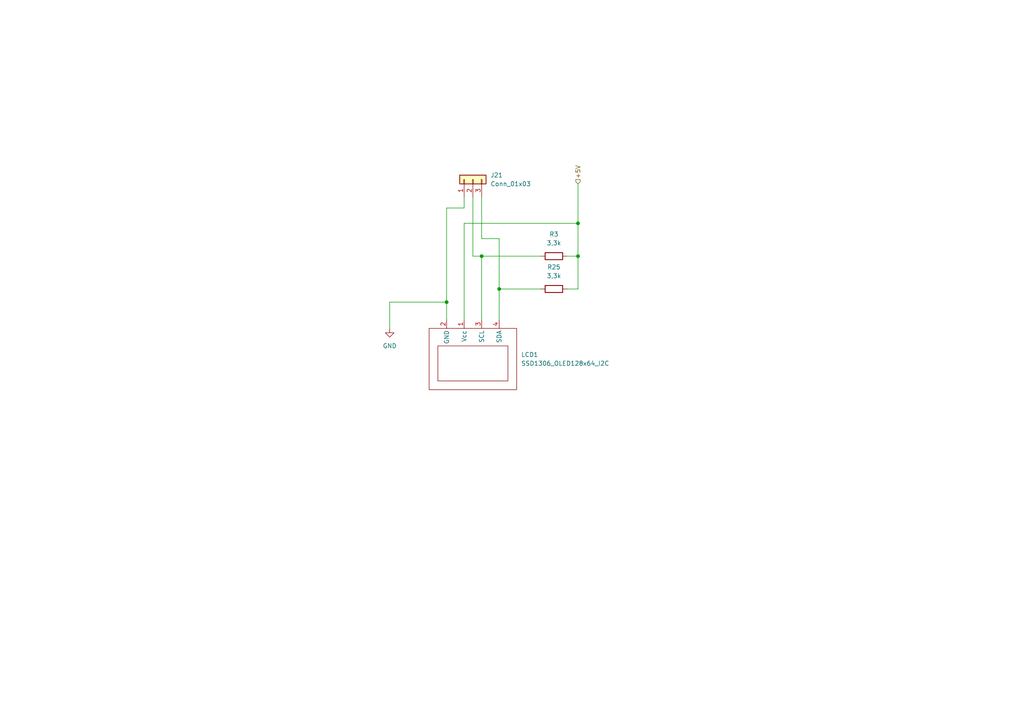
<source format=kicad_sch>
(kicad_sch (version 20211123) (generator eeschema)
  (paper "A4")
  (lib_symbols
    (symbol "Connector_Generic:Conn_01x03" (pin_names (offset 1.016) hide)
      (property "Reference" "J" (at 0 5.08 0))
      (property "Value" "Conn_01x03" (at 0 -5.08 0))
      (symbol "Conn_01x03_1_1"
        (rectangle (start -1.27 -2.413) (end 0 -2.667) (stroke (width 0.1524)))
        (rectangle (start -1.27 0.127) (end 0 -0.127) (stroke (width 0.1524)))
        (rectangle (start -1.27 2.667) (end 0 2.413) (stroke (width 0.1524)))
        (rectangle (start -1.27 3.81) (end 1.27 -3.81) (stroke (width 0.254)) (fill (type background)))
        (pin passive line (at -5.08 2.54 0) (length 3.81) (name "Pin_1") (number "1"))
        (pin passive line (at -5.08 0 0) (length 3.81) (name "Pin_2") (number "2"))
        (pin passive line (at -5.08 -2.54 0) (length 3.81) (name "Pin_3") (number "3"))
      )
    )
    (symbol "Device:R" (pin_numbers hide) (pin_names (offset 0))
      (property "Reference" "R" (at 2.032 0 90))
      (property "Value" "R" (at 0 0 90))
      (symbol "R_0_1"
        (rectangle (start -1.016 -2.54) (end 1.016 2.54) (stroke (width 0.254)))
      )
      (symbol "R_1_1"
        (pin passive line (at 0 3.81 270) (length 1.27) (name "~") (number "1"))
        (pin passive line (at 0 -3.81 90) (length 1.27) (name "~") (number "2"))
      )
    )
    (symbol "DisplayOLED_I2C:SSD1306_OLED128x64_I2C"
      (property "Reference" "LCD1" (at 13.97 0.0001 0))
      (property "Value" "SSD1306_OLED128x64_I2C" (at 13.97 -2.5399 0))
      (symbol "SSD1306_OLED128x64_I2C_0_1"
        (rectangle (start -12.7 7.62) (end 12.7 -10.16))
        (rectangle (start -10.16 2.54) (end 10.16 -7.62))
      )
      (symbol "SSD1306_OLED128x64_I2C_1_1"
        (pin power_in line (at -2.54 10.16 270) (length 2.54) (name "Vcc") (number "1"))
        (pin power_in line (at -7.62 10.16 270) (length 2.54) (name "GND") (number "2"))
        (pin input line (at 2.54 10.16 270) (length 2.54) (name "SCL") (number "3"))
        (pin bidirectional line (at 7.62 10.16 270) (length 2.54) (name "SDA") (number "4"))
      )
    )
    (symbol "power:GND" (power) (pin_names (offset 0))
      (property "Value" "GND" (at 0 -3.81 0))
      (symbol "GND_0_1"
        (polyline (pts (xy 0 0) (xy 0 -1.27) (xy 1.27 -1.27) (xy 0 -2.54) (xy -1.27 -1.27) (xy 0 -1.27)))
      )
      (symbol "GND_1_1"
        (pin power_in line (at 0 0 270) (length 0) hide (name "GND") (number "1"))
      )
    )
  )
  (junction (at 167.64 74.295))
  (junction (at 144.78 83.82))
  (junction (at 167.64 64.77))
  (junction (at 129.54 87.63))
  (junction (at 139.7 74.295))
  (wire (pts (xy 144.78 83.82) (xy 144.78 92.71)))
  (wire (pts (xy 164.465 83.82) (xy 167.64 83.82)))
  (wire (pts (xy 144.78 69.215) (xy 144.78 83.82)))
  (wire (pts (xy 167.64 74.295) (xy 167.64 83.82)))
  (wire (pts (xy 129.54 87.63) (xy 113.03 87.63)))
  (wire (pts (xy 167.64 53.34) (xy 167.64 64.77)))
  (wire (pts (xy 139.7 69.215) (xy 144.78 69.215)))
  (wire (pts (xy 134.62 57.15) (xy 134.62 60.325)))
  (wire (pts (xy 129.54 92.71) (xy 129.54 87.63)))
  (wire (pts (xy 139.7 74.295) (xy 139.7 92.71)))
  (wire (pts (xy 137.16 57.15) (xy 137.16 74.295)))
  (wire (pts (xy 129.54 60.325) (xy 129.54 87.63)))
  (wire (pts (xy 134.62 64.77) (xy 167.64 64.77)))
  (wire (pts (xy 134.62 64.77) (xy 134.62 92.71)))
  (wire (pts (xy 139.7 74.295) (xy 156.845 74.295)))
  (wire (pts (xy 113.03 87.63) (xy 113.03 95.25)))
  (wire (pts (xy 164.465 74.295) (xy 167.64 74.295)))
  (wire (pts (xy 137.16 74.295) (xy 139.7 74.295)))
  (wire (pts (xy 134.62 60.325) (xy 129.54 60.325)))
  (wire (pts (xy 139.7 57.15) (xy 139.7 69.215)))
  (wire (pts (xy 167.64 64.77) (xy 167.64 74.295)))
  (wire (pts (xy 144.78 83.82) (xy 156.845 83.82)))
  (hierarchical_label "+5V" (shape input) (at 167.64 53.34 90))
  (symbol (lib_id "Device:R") (at 160.655 74.295 90) (unit 1)
    (property "Reference" "R3" (at 160.655 67.945 90))
    (property "Value" "3,3k" (at 160.655 70.485 90))
    (property "Footprint" "Resistor_THT:R_Axial_DIN0207_L6.3mm_D2.5mm_P10.16mm_Horizontal" (effects hide))
  )
  (symbol (lib_id "Device:R") (at 160.655 83.82 90) (unit 1)
    (property "Reference" "R25" (at 160.655 77.47 90))
    (property "Value" "3,3k" (at 160.655 80.01 90))
    (property "Footprint" "Resistor_THT:R_Axial_DIN0207_L6.3mm_D2.5mm_P10.16mm_Horizontal" (effects hide))
  )
  (symbol (lib_id "Connector_Generic:Conn_01x03") (at 137.16 52.07 90) (unit 1)
    (property "Reference" "J21" (at 142.24 50.7999 90) (effects (justify right)))
    (property "Value" "Conn_01x03" (at 142.24 53.3399 90) (effects (justify right)))
    (property "Footprint" "Connector_PinHeader_2.54mm:PinHeader_1x03_P2.54mm_Vertical" (effects hide))
  )
  (symbol (lib_id "power:GND") (at 113.03 95.25 0) (unit 1)
    (property "Reference" "#PWR0109" (effects hide))
    (property "Value" "GND" (at 113.03 100.33 0))
  )
  (symbol (lib_id "DisplayOLED_I2C:SSD1306_OLED128x64_I2C") (at 137.16 102.87 0) (unit 1)
    (property "Reference" "LCD1" (at 151.13 102.8699 0) (effects (justify left)))
    (property "Value" "SSD1306_OLED128x64_I2C" (at 151.13 105.4099 0) (effects (justify left)))
    (property "Footprint" "Display:TFT OLED 1.3 I2C" (effects hide))
  )
)
</source>
